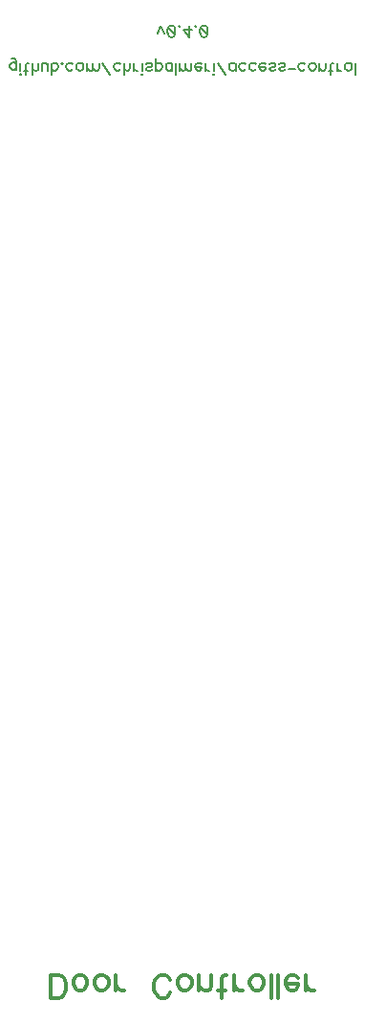
<source format=gbr>
G04 DipTrace 3.3.1.3*
G04 BottomSilk.gbr*
%MOIN*%
G04 #@! TF.FileFunction,Legend,Bot*
G04 #@! TF.Part,Single*
%ADD58C,0.006176*%
%ADD60C,0.012351*%
%FSLAX26Y26*%
G04*
G70*
G90*
G75*
G01*
G04 BotSilk*
%LPD*%
X2315550Y3935368D2*
D58*
X2327047Y3962162D1*
X2338498Y3935368D1*
X2362346Y3922015D2*
X2356598Y3923916D1*
X2352751Y3929664D1*
X2350850Y3939214D1*
Y3944963D1*
X2352751Y3954513D1*
X2356598Y3960261D1*
X2362346Y3962162D1*
X2366148D1*
X2371896Y3960261D1*
X2375699Y3954513D1*
X2377644Y3944963D1*
Y3939214D1*
X2375699Y3929664D1*
X2371896Y3923916D1*
X2366148Y3922015D1*
X2362346D1*
X2375699Y3929664D2*
X2352751Y3954513D1*
X2391897Y3958316D2*
X2389996Y3960261D1*
X2391897Y3962162D1*
X2393843Y3960261D1*
X2391897Y3958316D1*
X2425339Y3962162D2*
Y3922015D1*
X2406194Y3948765D1*
X2434890D1*
X2449143Y3958316D2*
X2447241Y3960261D1*
X2449143Y3962162D1*
X2451088Y3960261D1*
X2449143Y3958316D1*
X2474935Y3922015D2*
X2469187Y3923916D1*
X2465341Y3929664D1*
X2463439Y3939215D1*
Y3944963D1*
X2465341Y3954513D1*
X2469188Y3960261D1*
X2474936Y3962162D1*
X2478738D1*
X2484486Y3960261D1*
X2488289Y3954513D1*
X2490234Y3944962D1*
Y3939214D1*
X2488289Y3929664D1*
X2484486Y3923916D1*
X2478738Y3922015D1*
X2474935D1*
X2488289Y3929664D2*
X2465341Y3954513D1*
X1943057Y578250D2*
D60*
Y658634D1*
X1969852D1*
X1981348Y654743D1*
X1989041Y647138D1*
X1992844Y639444D1*
X1996646Y628037D1*
Y608847D1*
X1992844Y597351D1*
X1989041Y589746D1*
X1981348Y582052D1*
X1969852Y578250D1*
X1943057D1*
X2040450Y605045D2*
X2032845Y608847D1*
X2025152Y616541D1*
X2021349Y628037D1*
Y635642D1*
X2025152Y647138D1*
X2032845Y654743D1*
X2040450Y658634D1*
X2051946D1*
X2059640Y654743D1*
X2067245Y647138D1*
X2071136Y635642D1*
Y628037D1*
X2067245Y616541D1*
X2059640Y608847D1*
X2051946Y605045D1*
X2040450D1*
X2114940D2*
X2107335Y608847D1*
X2099641Y616541D1*
X2095839Y628037D1*
Y635642D1*
X2099641Y647138D1*
X2107335Y654743D1*
X2114940Y658634D1*
X2126436D1*
X2134129Y654743D1*
X2141734Y647138D1*
X2145625Y635642D1*
Y628037D1*
X2141734Y616541D1*
X2134129Y608847D1*
X2126436Y605045D1*
X2114940D1*
X2170328D2*
Y658634D1*
Y628037D2*
X2174219Y616541D1*
X2181824Y608847D1*
X2189518Y605045D1*
X2201014D1*
X2360870Y597351D2*
X2357068Y589746D1*
X2349374Y582052D1*
X2341769Y578250D1*
X2326470D1*
X2318777Y582052D1*
X2311172Y589746D1*
X2307281Y597351D1*
X2303478Y608847D1*
Y628037D1*
X2307281Y639444D1*
X2311172Y647138D1*
X2318777Y654743D1*
X2326470Y658634D1*
X2341769D1*
X2349374Y654743D1*
X2357068Y647138D1*
X2360870Y639444D1*
X2404674Y605045D2*
X2397069Y608847D1*
X2389375Y616541D1*
X2385573Y628037D1*
Y635642D1*
X2389375Y647138D1*
X2397069Y654743D1*
X2404674Y658634D1*
X2416170D1*
X2423864Y654743D1*
X2431469Y647138D1*
X2435360Y635642D1*
Y628037D1*
X2431469Y616541D1*
X2423864Y608847D1*
X2416170Y605045D1*
X2404674D1*
X2460062D2*
Y658634D1*
Y620343D2*
X2471558Y608847D1*
X2479252Y605045D1*
X2490660D1*
X2498353Y608847D1*
X2502156Y620343D1*
Y658634D1*
X2538355Y578250D2*
Y643335D1*
X2542157Y654743D1*
X2549851Y658634D1*
X2557456D1*
X2526859Y605045D2*
X2553653D1*
X2582159D2*
Y658634D1*
Y628037D2*
X2586049Y616541D1*
X2593655Y608847D1*
X2601348Y605045D1*
X2612844D1*
X2656648D2*
X2649043Y608847D1*
X2641349Y616541D1*
X2637547Y628037D1*
Y635642D1*
X2641350Y647138D1*
X2649043Y654743D1*
X2656648Y658634D1*
X2668144D1*
X2675838Y654743D1*
X2683443Y647138D1*
X2687334Y635642D1*
Y628037D1*
X2683443Y616541D1*
X2675838Y608847D1*
X2668144Y605045D1*
X2656648D1*
X2712037Y578250D2*
Y658634D1*
X2736739Y578250D2*
Y658634D1*
X2761442Y628037D2*
X2807338D1*
Y620343D1*
X2803535Y612650D1*
X2799733Y608847D1*
X2792039Y605045D1*
X2780543D1*
X2772938Y608847D1*
X2765245Y616541D1*
X2761442Y628037D1*
Y635642D1*
X2765245Y647138D1*
X2772938Y654743D1*
X2780543Y658634D1*
X2792039D1*
X2799733Y654743D1*
X2807338Y647138D1*
X2832041Y605045D2*
Y658634D1*
Y628037D2*
X2835932Y616541D1*
X2843537Y608847D1*
X2851230Y605045D1*
X2862726D1*
X1822522Y3807269D2*
D58*
Y3837910D1*
X1820621Y3843614D1*
X1818720Y3845560D1*
X1814873Y3847461D1*
X1809125D1*
X1805323Y3845560D1*
X1822522Y3813017D2*
X1818720Y3809214D1*
X1814873Y3807269D1*
X1809125D1*
X1805323Y3809214D1*
X1801476Y3813017D1*
X1799575Y3818765D1*
Y3822612D1*
X1801476Y3828316D1*
X1805323Y3832162D1*
X1809125Y3834064D1*
X1814873D1*
X1818720Y3832162D1*
X1822522Y3828316D1*
X1834874Y3791970D2*
X1836775Y3793872D1*
X1838721Y3791970D1*
X1836775Y3790025D1*
X1834874Y3791970D1*
X1836775Y3805368D2*
Y3832162D1*
X1856820Y3791970D2*
Y3824513D1*
X1858721Y3830217D1*
X1862568Y3832162D1*
X1866371D1*
X1851072Y3805368D2*
X1864469D1*
X1878722Y3791970D2*
Y3832162D1*
Y3813017D2*
X1884470Y3807269D1*
X1888317Y3805368D1*
X1894065D1*
X1897867Y3807269D1*
X1899769Y3813017D1*
Y3832162D1*
X1912120Y3805368D2*
Y3824513D1*
X1914021Y3830217D1*
X1917868Y3832162D1*
X1923616D1*
X1927419Y3830217D1*
X1933167Y3824513D1*
Y3805368D2*
Y3832162D1*
X1945518Y3791970D2*
Y3832162D1*
Y3811116D2*
X1949365Y3807269D1*
X1953167Y3805368D1*
X1958915D1*
X1962718Y3807269D1*
X1966565Y3811116D1*
X1968466Y3816864D1*
Y3820666D1*
X1966565Y3826414D1*
X1962718Y3830217D1*
X1958915Y3832162D1*
X1953167D1*
X1949365Y3830217D1*
X1945518Y3826414D1*
X1982719Y3828316D2*
X1980817Y3830261D1*
X1982719Y3832162D1*
X1984664Y3830261D1*
X1982719Y3828316D1*
X2020008Y3811116D2*
X2016161Y3807269D1*
X2012314Y3805368D1*
X2006610D1*
X2002764Y3807269D1*
X1998961Y3811116D1*
X1997016Y3816864D1*
Y3820666D1*
X1998961Y3826414D1*
X2002764Y3830217D1*
X2006610Y3832162D1*
X2012314D1*
X2016161Y3830217D1*
X2020008Y3826414D1*
X2041910Y3805368D2*
X2038107Y3807269D1*
X2034260Y3811116D1*
X2032359Y3816864D1*
Y3820666D1*
X2034260Y3826414D1*
X2038107Y3830217D1*
X2041910Y3832162D1*
X2047658D1*
X2051504Y3830217D1*
X2055307Y3826414D1*
X2057252Y3820666D1*
Y3816864D1*
X2055307Y3811116D1*
X2051504Y3807269D1*
X2047658Y3805368D1*
X2041910D1*
X2069604D2*
Y3832162D1*
Y3813017D2*
X2075352Y3807269D1*
X2079199Y3805368D1*
X2084902D1*
X2088749Y3807269D1*
X2090650Y3813017D1*
Y3832162D1*
Y3813017D2*
X2096399Y3807269D1*
X2100245Y3805368D1*
X2105949D1*
X2109796Y3807269D1*
X2111741Y3813017D1*
Y3832162D1*
X2124093D2*
X2150887Y3792015D1*
X2186231Y3811116D2*
X2182384Y3807269D1*
X2178537Y3805368D1*
X2172834D1*
X2168987Y3807269D1*
X2165184Y3811116D1*
X2163239Y3816864D1*
Y3820666D1*
X2165184Y3826414D1*
X2168987Y3830217D1*
X2172834Y3832162D1*
X2178537D1*
X2182384Y3830217D1*
X2186231Y3826414D1*
X2198582Y3791970D2*
Y3832162D1*
Y3813017D2*
X2204330Y3807269D1*
X2208177Y3805368D1*
X2213925D1*
X2217728Y3807269D1*
X2219629Y3813017D1*
Y3832162D1*
X2231980Y3805368D2*
Y3832162D1*
Y3816864D2*
X2233926Y3811116D1*
X2237728Y3807269D1*
X2241575Y3805368D1*
X2247323D1*
X2259675Y3791970D2*
X2261576Y3793872D1*
X2263521Y3791970D1*
X2261576Y3790025D1*
X2259675Y3791970D1*
X2261576Y3805368D2*
Y3832162D1*
X2296919Y3811116D2*
X2295018Y3807269D1*
X2289270Y3805368D1*
X2283522D1*
X2277774Y3807269D1*
X2275873Y3811116D1*
X2277774Y3814918D1*
X2281621Y3816864D1*
X2291171Y3818765D1*
X2295018Y3820666D1*
X2296919Y3824513D1*
Y3826414D1*
X2295018Y3830217D1*
X2289270Y3832162D1*
X2283522D1*
X2277774Y3830217D1*
X2275873Y3826414D1*
X2309271Y3805368D2*
Y3845560D1*
Y3811116D2*
X2313118Y3807313D1*
X2316920Y3805368D1*
X2322668D1*
X2326515Y3807313D1*
X2330317Y3811116D1*
X2332263Y3816864D1*
Y3820711D1*
X2330317Y3826414D1*
X2326515Y3830261D1*
X2322668Y3832162D1*
X2316920D1*
X2313118Y3830261D1*
X2309271Y3826414D1*
X2367562Y3805368D2*
Y3832162D1*
Y3811116D2*
X2363760Y3807269D1*
X2359913Y3805368D1*
X2354209D1*
X2350362Y3807269D1*
X2346560Y3811116D1*
X2344614Y3816864D1*
Y3820666D1*
X2346560Y3826414D1*
X2350362Y3830217D1*
X2354209Y3832162D1*
X2359913D1*
X2363760Y3830217D1*
X2367562Y3826414D1*
X2379914Y3791970D2*
Y3832162D1*
X2392265Y3805368D2*
Y3832162D1*
Y3813017D2*
X2398013Y3807269D1*
X2401860Y3805368D1*
X2407564D1*
X2411410Y3807269D1*
X2413312Y3813017D1*
Y3832162D1*
Y3813017D2*
X2419060Y3807269D1*
X2422906Y3805368D1*
X2428610D1*
X2432457Y3807269D1*
X2434402Y3813017D1*
Y3832162D1*
X2446754Y3816864D2*
X2469702D1*
Y3813017D1*
X2467801Y3809170D1*
X2465899Y3807269D1*
X2462052Y3805368D1*
X2456304D1*
X2452502Y3807269D1*
X2448655Y3811116D1*
X2446754Y3816864D1*
Y3820666D1*
X2448655Y3826414D1*
X2452502Y3830217D1*
X2456304Y3832162D1*
X2462052D1*
X2465899Y3830217D1*
X2469702Y3826414D1*
X2482053Y3805368D2*
Y3832162D1*
Y3816864D2*
X2483999Y3811116D1*
X2487801Y3807269D1*
X2491648Y3805368D1*
X2497396D1*
X2509747Y3791970D2*
X2511649Y3793872D1*
X2513594Y3791970D1*
X2511649Y3790025D1*
X2509747Y3791970D1*
X2511649Y3805368D2*
Y3832162D1*
X2525946D2*
X2552740Y3792015D1*
X2588040Y3805368D2*
Y3832162D1*
Y3811116D2*
X2584237Y3807269D1*
X2580390Y3805368D1*
X2574686D1*
X2570840Y3807269D1*
X2567037Y3811116D1*
X2565092Y3816864D1*
Y3820666D1*
X2567037Y3826414D1*
X2570840Y3830217D1*
X2574686Y3832162D1*
X2580390D1*
X2584237Y3830217D1*
X2588040Y3826414D1*
X2623383Y3811116D2*
X2619536Y3807269D1*
X2615690Y3805368D1*
X2609986D1*
X2606139Y3807269D1*
X2602336Y3811116D1*
X2600391Y3816864D1*
Y3820666D1*
X2602336Y3826414D1*
X2606139Y3830217D1*
X2609986Y3832162D1*
X2615690D1*
X2619536Y3830217D1*
X2623383Y3826414D1*
X2658727Y3811116D2*
X2654880Y3807269D1*
X2651033Y3805368D1*
X2645329D1*
X2641482Y3807269D1*
X2637680Y3811116D1*
X2635734Y3816864D1*
Y3820666D1*
X2637680Y3826414D1*
X2641482Y3830217D1*
X2645329Y3832162D1*
X2651033D1*
X2654880Y3830217D1*
X2658727Y3826414D1*
X2671078Y3816864D2*
X2694026D1*
Y3813017D1*
X2692125Y3809170D1*
X2690223Y3807269D1*
X2686377Y3805368D1*
X2680629D1*
X2676826Y3807269D1*
X2672979Y3811116D1*
X2671078Y3816864D1*
Y3820666D1*
X2672979Y3826414D1*
X2676826Y3830217D1*
X2680629Y3832162D1*
X2686377D1*
X2690223Y3830217D1*
X2694026Y3826414D1*
X2727424Y3811116D2*
X2725523Y3807269D1*
X2719775Y3805368D1*
X2714027D1*
X2708279Y3807269D1*
X2706377Y3811116D1*
X2708279Y3814918D1*
X2712125Y3816864D1*
X2721676Y3818765D1*
X2725523Y3820666D1*
X2727424Y3824513D1*
Y3826414D1*
X2725523Y3830217D1*
X2719775Y3832162D1*
X2714027D1*
X2708279Y3830217D1*
X2706377Y3826414D1*
X2760822Y3811116D2*
X2758921Y3807269D1*
X2753173Y3805368D1*
X2747425D1*
X2741677Y3807269D1*
X2739775Y3811116D1*
X2741677Y3814918D1*
X2745523Y3816864D1*
X2755074Y3818765D1*
X2758921Y3820666D1*
X2760822Y3824513D1*
Y3826414D1*
X2758921Y3830217D1*
X2753173Y3832162D1*
X2747425D1*
X2741677Y3830217D1*
X2739775Y3826414D1*
X2773173Y3812088D2*
X2795281D1*
X2830625Y3811116D2*
X2826778Y3807269D1*
X2822931Y3805368D1*
X2817227D1*
X2813381Y3807269D1*
X2809578Y3811116D1*
X2807633Y3816864D1*
Y3820666D1*
X2809578Y3826414D1*
X2813381Y3830217D1*
X2817227Y3832162D1*
X2822931D1*
X2826778Y3830217D1*
X2830625Y3826414D1*
X2852527Y3805368D2*
X2848724Y3807269D1*
X2844877Y3811116D1*
X2842976Y3816864D1*
Y3820666D1*
X2844877Y3826414D1*
X2848724Y3830217D1*
X2852527Y3832162D1*
X2858275D1*
X2862121Y3830217D1*
X2865924Y3826414D1*
X2867869Y3820666D1*
Y3816864D1*
X2865924Y3811116D1*
X2862121Y3807269D1*
X2858275Y3805368D1*
X2852527D1*
X2880221D2*
Y3832162D1*
Y3813017D2*
X2885969Y3807269D1*
X2889816Y3805368D1*
X2895519D1*
X2899366Y3807269D1*
X2901268Y3813017D1*
Y3832162D1*
X2919367Y3791970D2*
Y3824513D1*
X2921268Y3830217D1*
X2925115Y3832162D1*
X2928918D1*
X2913619Y3805368D2*
X2927016D1*
X2941269D2*
Y3832162D1*
Y3816864D2*
X2943214Y3811116D1*
X2947017Y3807269D1*
X2950864Y3805368D1*
X2956612D1*
X2978514D2*
X2974711Y3807269D1*
X2970864Y3811116D1*
X2968963Y3816864D1*
Y3820666D1*
X2970864Y3826414D1*
X2974711Y3830217D1*
X2978514Y3832162D1*
X2984262D1*
X2988108Y3830217D1*
X2991911Y3826414D1*
X2993856Y3820666D1*
Y3816864D1*
X2991911Y3811116D1*
X2988108Y3807269D1*
X2984262Y3805368D1*
X2978514D1*
X3006208Y3791970D2*
Y3832162D1*
M02*

</source>
